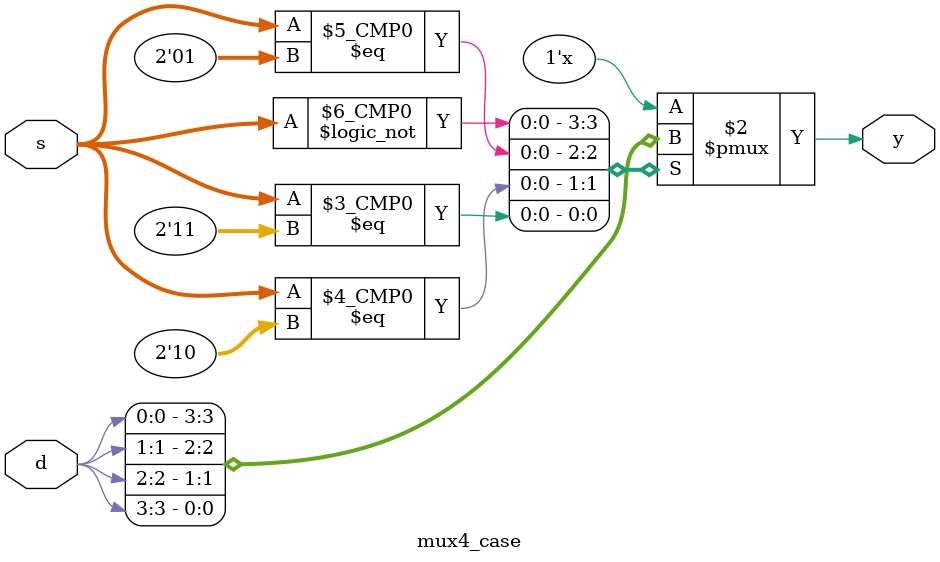
<source format=v>
module mux4_case (
  input [3:0] d,
  input [1:0] s,
  output reg y);
  always @(*) begin
    case (s)
      2'b00: y = d[0];
      2'b01: y = d[1];
      2'b10: y = d[2];
      2'b11: y = d[3];
      default: y = 1'bx;
    endcase
  end
endmodule


</source>
